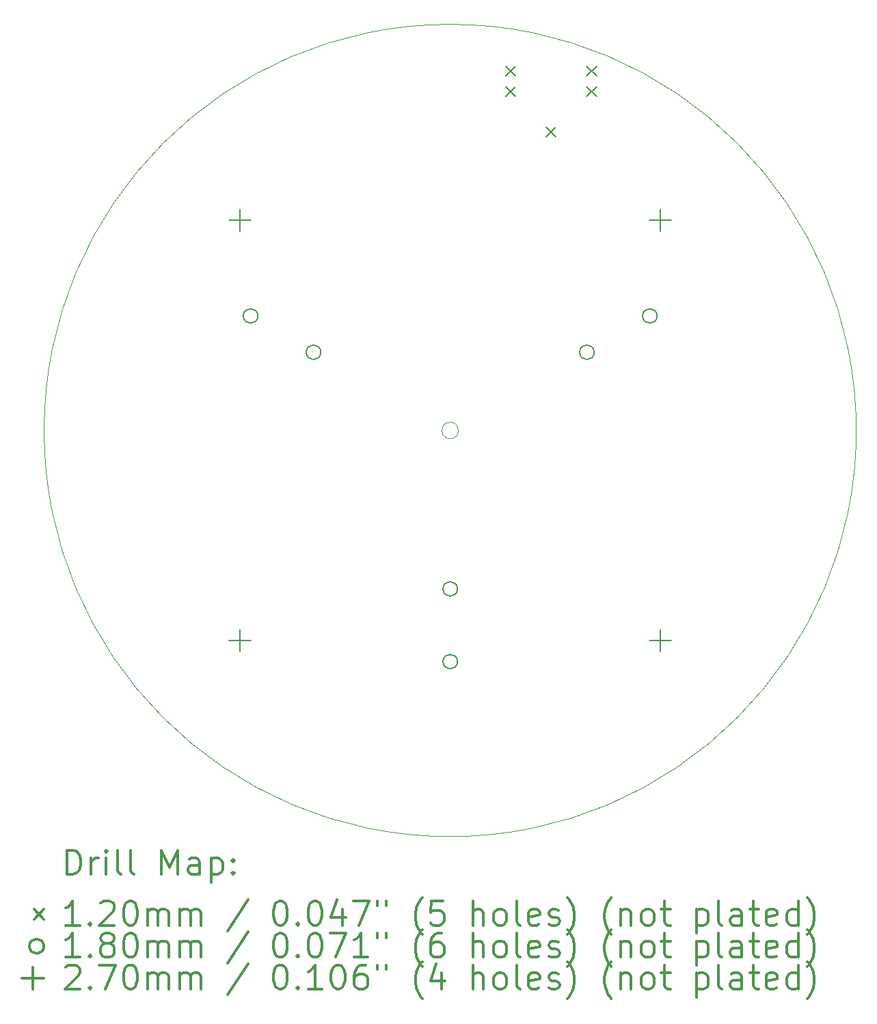
<source format=gbr>
%FSLAX45Y45*%
G04 Gerber Fmt 4.5, Leading zero omitted, Abs format (unit mm)*
G04 Created by KiCad (PCBNEW (5.1.5)-3) date 2020-06-18 20:32:14*
%MOMM*%
%LPD*%
G04 APERTURE LIST*
%TA.AperFunction,Profile*%
%ADD10C,0.050000*%
%TD*%
%ADD11C,0.200000*%
%ADD12C,0.300000*%
G04 APERTURE END LIST*
D10*
X15190000Y-10160000D02*
G75*
G03X15190000Y-10160000I-5030000J0D01*
G01*
X10261600Y-10160000D02*
G75*
G03X10261600Y-10160000I-101600J0D01*
G01*
D11*
X10851000Y-5651800D02*
X10971000Y-5771800D01*
X10971000Y-5651800D02*
X10851000Y-5771800D01*
X10851000Y-5901800D02*
X10971000Y-6021800D01*
X10971000Y-5901800D02*
X10851000Y-6021800D01*
X11351000Y-6401800D02*
X11471000Y-6521800D01*
X11471000Y-6401800D02*
X11351000Y-6521800D01*
X11851000Y-5651800D02*
X11971000Y-5771800D01*
X11971000Y-5651800D02*
X11851000Y-5771800D01*
X11851000Y-5901800D02*
X11971000Y-6021800D01*
X11971000Y-5901800D02*
X11851000Y-6021800D01*
X7777489Y-8741200D02*
G75*
G03X7777489Y-8741200I-90000J0D01*
G01*
X8556911Y-9191200D02*
G75*
G03X8556911Y-9191200I-90000J0D01*
G01*
X10250000Y-12123000D02*
G75*
G03X10250000Y-12123000I-90000J0D01*
G01*
X10250000Y-13023000D02*
G75*
G03X10250000Y-13023000I-90000J0D01*
G01*
X11943089Y-9191200D02*
G75*
G03X11943089Y-9191200I-90000J0D01*
G01*
X12722511Y-8741200D02*
G75*
G03X12722511Y-8741200I-90000J0D01*
G01*
X7556500Y-7421500D02*
X7556500Y-7691500D01*
X7421500Y-7556500D02*
X7691500Y-7556500D01*
X12763500Y-7421500D02*
X12763500Y-7691500D01*
X12628500Y-7556500D02*
X12898500Y-7556500D01*
X12763500Y-12628500D02*
X12763500Y-12898500D01*
X12628500Y-12763500D02*
X12898500Y-12763500D01*
X7556500Y-12628500D02*
X7556500Y-12898500D01*
X7421500Y-12763500D02*
X7691500Y-12763500D01*
D12*
X5413928Y-15658214D02*
X5413928Y-15358214D01*
X5485357Y-15358214D01*
X5528214Y-15372500D01*
X5556786Y-15401071D01*
X5571071Y-15429643D01*
X5585357Y-15486786D01*
X5585357Y-15529643D01*
X5571071Y-15586786D01*
X5556786Y-15615357D01*
X5528214Y-15643929D01*
X5485357Y-15658214D01*
X5413928Y-15658214D01*
X5713928Y-15658214D02*
X5713928Y-15458214D01*
X5713928Y-15515357D02*
X5728214Y-15486786D01*
X5742500Y-15472500D01*
X5771071Y-15458214D01*
X5799643Y-15458214D01*
X5899643Y-15658214D02*
X5899643Y-15458214D01*
X5899643Y-15358214D02*
X5885357Y-15372500D01*
X5899643Y-15386786D01*
X5913928Y-15372500D01*
X5899643Y-15358214D01*
X5899643Y-15386786D01*
X6085357Y-15658214D02*
X6056786Y-15643929D01*
X6042500Y-15615357D01*
X6042500Y-15358214D01*
X6242500Y-15658214D02*
X6213928Y-15643929D01*
X6199643Y-15615357D01*
X6199643Y-15358214D01*
X6585357Y-15658214D02*
X6585357Y-15358214D01*
X6685357Y-15572500D01*
X6785357Y-15358214D01*
X6785357Y-15658214D01*
X7056786Y-15658214D02*
X7056786Y-15501071D01*
X7042500Y-15472500D01*
X7013928Y-15458214D01*
X6956786Y-15458214D01*
X6928214Y-15472500D01*
X7056786Y-15643929D02*
X7028214Y-15658214D01*
X6956786Y-15658214D01*
X6928214Y-15643929D01*
X6913928Y-15615357D01*
X6913928Y-15586786D01*
X6928214Y-15558214D01*
X6956786Y-15543929D01*
X7028214Y-15543929D01*
X7056786Y-15529643D01*
X7199643Y-15458214D02*
X7199643Y-15758214D01*
X7199643Y-15472500D02*
X7228214Y-15458214D01*
X7285357Y-15458214D01*
X7313928Y-15472500D01*
X7328214Y-15486786D01*
X7342500Y-15515357D01*
X7342500Y-15601071D01*
X7328214Y-15629643D01*
X7313928Y-15643929D01*
X7285357Y-15658214D01*
X7228214Y-15658214D01*
X7199643Y-15643929D01*
X7471071Y-15629643D02*
X7485357Y-15643929D01*
X7471071Y-15658214D01*
X7456786Y-15643929D01*
X7471071Y-15629643D01*
X7471071Y-15658214D01*
X7471071Y-15472500D02*
X7485357Y-15486786D01*
X7471071Y-15501071D01*
X7456786Y-15486786D01*
X7471071Y-15472500D01*
X7471071Y-15501071D01*
X5007500Y-16092500D02*
X5127500Y-16212500D01*
X5127500Y-16092500D02*
X5007500Y-16212500D01*
X5571071Y-16288214D02*
X5399643Y-16288214D01*
X5485357Y-16288214D02*
X5485357Y-15988214D01*
X5456786Y-16031071D01*
X5428214Y-16059643D01*
X5399643Y-16073929D01*
X5699643Y-16259643D02*
X5713928Y-16273929D01*
X5699643Y-16288214D01*
X5685357Y-16273929D01*
X5699643Y-16259643D01*
X5699643Y-16288214D01*
X5828214Y-16016786D02*
X5842500Y-16002500D01*
X5871071Y-15988214D01*
X5942500Y-15988214D01*
X5971071Y-16002500D01*
X5985357Y-16016786D01*
X5999643Y-16045357D01*
X5999643Y-16073929D01*
X5985357Y-16116786D01*
X5813928Y-16288214D01*
X5999643Y-16288214D01*
X6185357Y-15988214D02*
X6213928Y-15988214D01*
X6242500Y-16002500D01*
X6256786Y-16016786D01*
X6271071Y-16045357D01*
X6285357Y-16102500D01*
X6285357Y-16173929D01*
X6271071Y-16231071D01*
X6256786Y-16259643D01*
X6242500Y-16273929D01*
X6213928Y-16288214D01*
X6185357Y-16288214D01*
X6156786Y-16273929D01*
X6142500Y-16259643D01*
X6128214Y-16231071D01*
X6113928Y-16173929D01*
X6113928Y-16102500D01*
X6128214Y-16045357D01*
X6142500Y-16016786D01*
X6156786Y-16002500D01*
X6185357Y-15988214D01*
X6413928Y-16288214D02*
X6413928Y-16088214D01*
X6413928Y-16116786D02*
X6428214Y-16102500D01*
X6456786Y-16088214D01*
X6499643Y-16088214D01*
X6528214Y-16102500D01*
X6542500Y-16131071D01*
X6542500Y-16288214D01*
X6542500Y-16131071D02*
X6556786Y-16102500D01*
X6585357Y-16088214D01*
X6628214Y-16088214D01*
X6656786Y-16102500D01*
X6671071Y-16131071D01*
X6671071Y-16288214D01*
X6813928Y-16288214D02*
X6813928Y-16088214D01*
X6813928Y-16116786D02*
X6828214Y-16102500D01*
X6856786Y-16088214D01*
X6899643Y-16088214D01*
X6928214Y-16102500D01*
X6942500Y-16131071D01*
X6942500Y-16288214D01*
X6942500Y-16131071D02*
X6956786Y-16102500D01*
X6985357Y-16088214D01*
X7028214Y-16088214D01*
X7056786Y-16102500D01*
X7071071Y-16131071D01*
X7071071Y-16288214D01*
X7656786Y-15973929D02*
X7399643Y-16359643D01*
X8042500Y-15988214D02*
X8071071Y-15988214D01*
X8099643Y-16002500D01*
X8113928Y-16016786D01*
X8128214Y-16045357D01*
X8142500Y-16102500D01*
X8142500Y-16173929D01*
X8128214Y-16231071D01*
X8113928Y-16259643D01*
X8099643Y-16273929D01*
X8071071Y-16288214D01*
X8042500Y-16288214D01*
X8013928Y-16273929D01*
X7999643Y-16259643D01*
X7985357Y-16231071D01*
X7971071Y-16173929D01*
X7971071Y-16102500D01*
X7985357Y-16045357D01*
X7999643Y-16016786D01*
X8013928Y-16002500D01*
X8042500Y-15988214D01*
X8271071Y-16259643D02*
X8285357Y-16273929D01*
X8271071Y-16288214D01*
X8256786Y-16273929D01*
X8271071Y-16259643D01*
X8271071Y-16288214D01*
X8471071Y-15988214D02*
X8499643Y-15988214D01*
X8528214Y-16002500D01*
X8542500Y-16016786D01*
X8556786Y-16045357D01*
X8571071Y-16102500D01*
X8571071Y-16173929D01*
X8556786Y-16231071D01*
X8542500Y-16259643D01*
X8528214Y-16273929D01*
X8499643Y-16288214D01*
X8471071Y-16288214D01*
X8442500Y-16273929D01*
X8428214Y-16259643D01*
X8413928Y-16231071D01*
X8399643Y-16173929D01*
X8399643Y-16102500D01*
X8413928Y-16045357D01*
X8428214Y-16016786D01*
X8442500Y-16002500D01*
X8471071Y-15988214D01*
X8828214Y-16088214D02*
X8828214Y-16288214D01*
X8756786Y-15973929D02*
X8685357Y-16188214D01*
X8871071Y-16188214D01*
X8956786Y-15988214D02*
X9156786Y-15988214D01*
X9028214Y-16288214D01*
X9256786Y-15988214D02*
X9256786Y-16045357D01*
X9371071Y-15988214D02*
X9371071Y-16045357D01*
X9813928Y-16402500D02*
X9799643Y-16388214D01*
X9771071Y-16345357D01*
X9756786Y-16316786D01*
X9742500Y-16273929D01*
X9728214Y-16202500D01*
X9728214Y-16145357D01*
X9742500Y-16073929D01*
X9756786Y-16031071D01*
X9771071Y-16002500D01*
X9799643Y-15959643D01*
X9813928Y-15945357D01*
X10071071Y-15988214D02*
X9928214Y-15988214D01*
X9913928Y-16131071D01*
X9928214Y-16116786D01*
X9956786Y-16102500D01*
X10028214Y-16102500D01*
X10056786Y-16116786D01*
X10071071Y-16131071D01*
X10085357Y-16159643D01*
X10085357Y-16231071D01*
X10071071Y-16259643D01*
X10056786Y-16273929D01*
X10028214Y-16288214D01*
X9956786Y-16288214D01*
X9928214Y-16273929D01*
X9913928Y-16259643D01*
X10442500Y-16288214D02*
X10442500Y-15988214D01*
X10571071Y-16288214D02*
X10571071Y-16131071D01*
X10556786Y-16102500D01*
X10528214Y-16088214D01*
X10485357Y-16088214D01*
X10456786Y-16102500D01*
X10442500Y-16116786D01*
X10756786Y-16288214D02*
X10728214Y-16273929D01*
X10713928Y-16259643D01*
X10699643Y-16231071D01*
X10699643Y-16145357D01*
X10713928Y-16116786D01*
X10728214Y-16102500D01*
X10756786Y-16088214D01*
X10799643Y-16088214D01*
X10828214Y-16102500D01*
X10842500Y-16116786D01*
X10856786Y-16145357D01*
X10856786Y-16231071D01*
X10842500Y-16259643D01*
X10828214Y-16273929D01*
X10799643Y-16288214D01*
X10756786Y-16288214D01*
X11028214Y-16288214D02*
X10999643Y-16273929D01*
X10985357Y-16245357D01*
X10985357Y-15988214D01*
X11256786Y-16273929D02*
X11228214Y-16288214D01*
X11171071Y-16288214D01*
X11142500Y-16273929D01*
X11128214Y-16245357D01*
X11128214Y-16131071D01*
X11142500Y-16102500D01*
X11171071Y-16088214D01*
X11228214Y-16088214D01*
X11256786Y-16102500D01*
X11271071Y-16131071D01*
X11271071Y-16159643D01*
X11128214Y-16188214D01*
X11385357Y-16273929D02*
X11413928Y-16288214D01*
X11471071Y-16288214D01*
X11499643Y-16273929D01*
X11513928Y-16245357D01*
X11513928Y-16231071D01*
X11499643Y-16202500D01*
X11471071Y-16188214D01*
X11428214Y-16188214D01*
X11399643Y-16173929D01*
X11385357Y-16145357D01*
X11385357Y-16131071D01*
X11399643Y-16102500D01*
X11428214Y-16088214D01*
X11471071Y-16088214D01*
X11499643Y-16102500D01*
X11613928Y-16402500D02*
X11628214Y-16388214D01*
X11656786Y-16345357D01*
X11671071Y-16316786D01*
X11685357Y-16273929D01*
X11699643Y-16202500D01*
X11699643Y-16145357D01*
X11685357Y-16073929D01*
X11671071Y-16031071D01*
X11656786Y-16002500D01*
X11628214Y-15959643D01*
X11613928Y-15945357D01*
X12156786Y-16402500D02*
X12142500Y-16388214D01*
X12113928Y-16345357D01*
X12099643Y-16316786D01*
X12085357Y-16273929D01*
X12071071Y-16202500D01*
X12071071Y-16145357D01*
X12085357Y-16073929D01*
X12099643Y-16031071D01*
X12113928Y-16002500D01*
X12142500Y-15959643D01*
X12156786Y-15945357D01*
X12271071Y-16088214D02*
X12271071Y-16288214D01*
X12271071Y-16116786D02*
X12285357Y-16102500D01*
X12313928Y-16088214D01*
X12356786Y-16088214D01*
X12385357Y-16102500D01*
X12399643Y-16131071D01*
X12399643Y-16288214D01*
X12585357Y-16288214D02*
X12556786Y-16273929D01*
X12542500Y-16259643D01*
X12528214Y-16231071D01*
X12528214Y-16145357D01*
X12542500Y-16116786D01*
X12556786Y-16102500D01*
X12585357Y-16088214D01*
X12628214Y-16088214D01*
X12656786Y-16102500D01*
X12671071Y-16116786D01*
X12685357Y-16145357D01*
X12685357Y-16231071D01*
X12671071Y-16259643D01*
X12656786Y-16273929D01*
X12628214Y-16288214D01*
X12585357Y-16288214D01*
X12771071Y-16088214D02*
X12885357Y-16088214D01*
X12813928Y-15988214D02*
X12813928Y-16245357D01*
X12828214Y-16273929D01*
X12856786Y-16288214D01*
X12885357Y-16288214D01*
X13213928Y-16088214D02*
X13213928Y-16388214D01*
X13213928Y-16102500D02*
X13242500Y-16088214D01*
X13299643Y-16088214D01*
X13328214Y-16102500D01*
X13342500Y-16116786D01*
X13356786Y-16145357D01*
X13356786Y-16231071D01*
X13342500Y-16259643D01*
X13328214Y-16273929D01*
X13299643Y-16288214D01*
X13242500Y-16288214D01*
X13213928Y-16273929D01*
X13528214Y-16288214D02*
X13499643Y-16273929D01*
X13485357Y-16245357D01*
X13485357Y-15988214D01*
X13771071Y-16288214D02*
X13771071Y-16131071D01*
X13756786Y-16102500D01*
X13728214Y-16088214D01*
X13671071Y-16088214D01*
X13642500Y-16102500D01*
X13771071Y-16273929D02*
X13742500Y-16288214D01*
X13671071Y-16288214D01*
X13642500Y-16273929D01*
X13628214Y-16245357D01*
X13628214Y-16216786D01*
X13642500Y-16188214D01*
X13671071Y-16173929D01*
X13742500Y-16173929D01*
X13771071Y-16159643D01*
X13871071Y-16088214D02*
X13985357Y-16088214D01*
X13913928Y-15988214D02*
X13913928Y-16245357D01*
X13928214Y-16273929D01*
X13956786Y-16288214D01*
X13985357Y-16288214D01*
X14199643Y-16273929D02*
X14171071Y-16288214D01*
X14113928Y-16288214D01*
X14085357Y-16273929D01*
X14071071Y-16245357D01*
X14071071Y-16131071D01*
X14085357Y-16102500D01*
X14113928Y-16088214D01*
X14171071Y-16088214D01*
X14199643Y-16102500D01*
X14213928Y-16131071D01*
X14213928Y-16159643D01*
X14071071Y-16188214D01*
X14471071Y-16288214D02*
X14471071Y-15988214D01*
X14471071Y-16273929D02*
X14442500Y-16288214D01*
X14385357Y-16288214D01*
X14356786Y-16273929D01*
X14342500Y-16259643D01*
X14328214Y-16231071D01*
X14328214Y-16145357D01*
X14342500Y-16116786D01*
X14356786Y-16102500D01*
X14385357Y-16088214D01*
X14442500Y-16088214D01*
X14471071Y-16102500D01*
X14585357Y-16402500D02*
X14599643Y-16388214D01*
X14628214Y-16345357D01*
X14642500Y-16316786D01*
X14656786Y-16273929D01*
X14671071Y-16202500D01*
X14671071Y-16145357D01*
X14656786Y-16073929D01*
X14642500Y-16031071D01*
X14628214Y-16002500D01*
X14599643Y-15959643D01*
X14585357Y-15945357D01*
X5127500Y-16548500D02*
G75*
G03X5127500Y-16548500I-90000J0D01*
G01*
X5571071Y-16684214D02*
X5399643Y-16684214D01*
X5485357Y-16684214D02*
X5485357Y-16384214D01*
X5456786Y-16427071D01*
X5428214Y-16455643D01*
X5399643Y-16469929D01*
X5699643Y-16655643D02*
X5713928Y-16669929D01*
X5699643Y-16684214D01*
X5685357Y-16669929D01*
X5699643Y-16655643D01*
X5699643Y-16684214D01*
X5885357Y-16512786D02*
X5856786Y-16498500D01*
X5842500Y-16484214D01*
X5828214Y-16455643D01*
X5828214Y-16441357D01*
X5842500Y-16412786D01*
X5856786Y-16398500D01*
X5885357Y-16384214D01*
X5942500Y-16384214D01*
X5971071Y-16398500D01*
X5985357Y-16412786D01*
X5999643Y-16441357D01*
X5999643Y-16455643D01*
X5985357Y-16484214D01*
X5971071Y-16498500D01*
X5942500Y-16512786D01*
X5885357Y-16512786D01*
X5856786Y-16527071D01*
X5842500Y-16541357D01*
X5828214Y-16569929D01*
X5828214Y-16627071D01*
X5842500Y-16655643D01*
X5856786Y-16669929D01*
X5885357Y-16684214D01*
X5942500Y-16684214D01*
X5971071Y-16669929D01*
X5985357Y-16655643D01*
X5999643Y-16627071D01*
X5999643Y-16569929D01*
X5985357Y-16541357D01*
X5971071Y-16527071D01*
X5942500Y-16512786D01*
X6185357Y-16384214D02*
X6213928Y-16384214D01*
X6242500Y-16398500D01*
X6256786Y-16412786D01*
X6271071Y-16441357D01*
X6285357Y-16498500D01*
X6285357Y-16569929D01*
X6271071Y-16627071D01*
X6256786Y-16655643D01*
X6242500Y-16669929D01*
X6213928Y-16684214D01*
X6185357Y-16684214D01*
X6156786Y-16669929D01*
X6142500Y-16655643D01*
X6128214Y-16627071D01*
X6113928Y-16569929D01*
X6113928Y-16498500D01*
X6128214Y-16441357D01*
X6142500Y-16412786D01*
X6156786Y-16398500D01*
X6185357Y-16384214D01*
X6413928Y-16684214D02*
X6413928Y-16484214D01*
X6413928Y-16512786D02*
X6428214Y-16498500D01*
X6456786Y-16484214D01*
X6499643Y-16484214D01*
X6528214Y-16498500D01*
X6542500Y-16527071D01*
X6542500Y-16684214D01*
X6542500Y-16527071D02*
X6556786Y-16498500D01*
X6585357Y-16484214D01*
X6628214Y-16484214D01*
X6656786Y-16498500D01*
X6671071Y-16527071D01*
X6671071Y-16684214D01*
X6813928Y-16684214D02*
X6813928Y-16484214D01*
X6813928Y-16512786D02*
X6828214Y-16498500D01*
X6856786Y-16484214D01*
X6899643Y-16484214D01*
X6928214Y-16498500D01*
X6942500Y-16527071D01*
X6942500Y-16684214D01*
X6942500Y-16527071D02*
X6956786Y-16498500D01*
X6985357Y-16484214D01*
X7028214Y-16484214D01*
X7056786Y-16498500D01*
X7071071Y-16527071D01*
X7071071Y-16684214D01*
X7656786Y-16369929D02*
X7399643Y-16755643D01*
X8042500Y-16384214D02*
X8071071Y-16384214D01*
X8099643Y-16398500D01*
X8113928Y-16412786D01*
X8128214Y-16441357D01*
X8142500Y-16498500D01*
X8142500Y-16569929D01*
X8128214Y-16627071D01*
X8113928Y-16655643D01*
X8099643Y-16669929D01*
X8071071Y-16684214D01*
X8042500Y-16684214D01*
X8013928Y-16669929D01*
X7999643Y-16655643D01*
X7985357Y-16627071D01*
X7971071Y-16569929D01*
X7971071Y-16498500D01*
X7985357Y-16441357D01*
X7999643Y-16412786D01*
X8013928Y-16398500D01*
X8042500Y-16384214D01*
X8271071Y-16655643D02*
X8285357Y-16669929D01*
X8271071Y-16684214D01*
X8256786Y-16669929D01*
X8271071Y-16655643D01*
X8271071Y-16684214D01*
X8471071Y-16384214D02*
X8499643Y-16384214D01*
X8528214Y-16398500D01*
X8542500Y-16412786D01*
X8556786Y-16441357D01*
X8571071Y-16498500D01*
X8571071Y-16569929D01*
X8556786Y-16627071D01*
X8542500Y-16655643D01*
X8528214Y-16669929D01*
X8499643Y-16684214D01*
X8471071Y-16684214D01*
X8442500Y-16669929D01*
X8428214Y-16655643D01*
X8413928Y-16627071D01*
X8399643Y-16569929D01*
X8399643Y-16498500D01*
X8413928Y-16441357D01*
X8428214Y-16412786D01*
X8442500Y-16398500D01*
X8471071Y-16384214D01*
X8671071Y-16384214D02*
X8871071Y-16384214D01*
X8742500Y-16684214D01*
X9142500Y-16684214D02*
X8971071Y-16684214D01*
X9056786Y-16684214D02*
X9056786Y-16384214D01*
X9028214Y-16427071D01*
X8999643Y-16455643D01*
X8971071Y-16469929D01*
X9256786Y-16384214D02*
X9256786Y-16441357D01*
X9371071Y-16384214D02*
X9371071Y-16441357D01*
X9813928Y-16798500D02*
X9799643Y-16784214D01*
X9771071Y-16741357D01*
X9756786Y-16712786D01*
X9742500Y-16669929D01*
X9728214Y-16598500D01*
X9728214Y-16541357D01*
X9742500Y-16469929D01*
X9756786Y-16427071D01*
X9771071Y-16398500D01*
X9799643Y-16355643D01*
X9813928Y-16341357D01*
X10056786Y-16384214D02*
X9999643Y-16384214D01*
X9971071Y-16398500D01*
X9956786Y-16412786D01*
X9928214Y-16455643D01*
X9913928Y-16512786D01*
X9913928Y-16627071D01*
X9928214Y-16655643D01*
X9942500Y-16669929D01*
X9971071Y-16684214D01*
X10028214Y-16684214D01*
X10056786Y-16669929D01*
X10071071Y-16655643D01*
X10085357Y-16627071D01*
X10085357Y-16555643D01*
X10071071Y-16527071D01*
X10056786Y-16512786D01*
X10028214Y-16498500D01*
X9971071Y-16498500D01*
X9942500Y-16512786D01*
X9928214Y-16527071D01*
X9913928Y-16555643D01*
X10442500Y-16684214D02*
X10442500Y-16384214D01*
X10571071Y-16684214D02*
X10571071Y-16527071D01*
X10556786Y-16498500D01*
X10528214Y-16484214D01*
X10485357Y-16484214D01*
X10456786Y-16498500D01*
X10442500Y-16512786D01*
X10756786Y-16684214D02*
X10728214Y-16669929D01*
X10713928Y-16655643D01*
X10699643Y-16627071D01*
X10699643Y-16541357D01*
X10713928Y-16512786D01*
X10728214Y-16498500D01*
X10756786Y-16484214D01*
X10799643Y-16484214D01*
X10828214Y-16498500D01*
X10842500Y-16512786D01*
X10856786Y-16541357D01*
X10856786Y-16627071D01*
X10842500Y-16655643D01*
X10828214Y-16669929D01*
X10799643Y-16684214D01*
X10756786Y-16684214D01*
X11028214Y-16684214D02*
X10999643Y-16669929D01*
X10985357Y-16641357D01*
X10985357Y-16384214D01*
X11256786Y-16669929D02*
X11228214Y-16684214D01*
X11171071Y-16684214D01*
X11142500Y-16669929D01*
X11128214Y-16641357D01*
X11128214Y-16527071D01*
X11142500Y-16498500D01*
X11171071Y-16484214D01*
X11228214Y-16484214D01*
X11256786Y-16498500D01*
X11271071Y-16527071D01*
X11271071Y-16555643D01*
X11128214Y-16584214D01*
X11385357Y-16669929D02*
X11413928Y-16684214D01*
X11471071Y-16684214D01*
X11499643Y-16669929D01*
X11513928Y-16641357D01*
X11513928Y-16627071D01*
X11499643Y-16598500D01*
X11471071Y-16584214D01*
X11428214Y-16584214D01*
X11399643Y-16569929D01*
X11385357Y-16541357D01*
X11385357Y-16527071D01*
X11399643Y-16498500D01*
X11428214Y-16484214D01*
X11471071Y-16484214D01*
X11499643Y-16498500D01*
X11613928Y-16798500D02*
X11628214Y-16784214D01*
X11656786Y-16741357D01*
X11671071Y-16712786D01*
X11685357Y-16669929D01*
X11699643Y-16598500D01*
X11699643Y-16541357D01*
X11685357Y-16469929D01*
X11671071Y-16427071D01*
X11656786Y-16398500D01*
X11628214Y-16355643D01*
X11613928Y-16341357D01*
X12156786Y-16798500D02*
X12142500Y-16784214D01*
X12113928Y-16741357D01*
X12099643Y-16712786D01*
X12085357Y-16669929D01*
X12071071Y-16598500D01*
X12071071Y-16541357D01*
X12085357Y-16469929D01*
X12099643Y-16427071D01*
X12113928Y-16398500D01*
X12142500Y-16355643D01*
X12156786Y-16341357D01*
X12271071Y-16484214D02*
X12271071Y-16684214D01*
X12271071Y-16512786D02*
X12285357Y-16498500D01*
X12313928Y-16484214D01*
X12356786Y-16484214D01*
X12385357Y-16498500D01*
X12399643Y-16527071D01*
X12399643Y-16684214D01*
X12585357Y-16684214D02*
X12556786Y-16669929D01*
X12542500Y-16655643D01*
X12528214Y-16627071D01*
X12528214Y-16541357D01*
X12542500Y-16512786D01*
X12556786Y-16498500D01*
X12585357Y-16484214D01*
X12628214Y-16484214D01*
X12656786Y-16498500D01*
X12671071Y-16512786D01*
X12685357Y-16541357D01*
X12685357Y-16627071D01*
X12671071Y-16655643D01*
X12656786Y-16669929D01*
X12628214Y-16684214D01*
X12585357Y-16684214D01*
X12771071Y-16484214D02*
X12885357Y-16484214D01*
X12813928Y-16384214D02*
X12813928Y-16641357D01*
X12828214Y-16669929D01*
X12856786Y-16684214D01*
X12885357Y-16684214D01*
X13213928Y-16484214D02*
X13213928Y-16784214D01*
X13213928Y-16498500D02*
X13242500Y-16484214D01*
X13299643Y-16484214D01*
X13328214Y-16498500D01*
X13342500Y-16512786D01*
X13356786Y-16541357D01*
X13356786Y-16627071D01*
X13342500Y-16655643D01*
X13328214Y-16669929D01*
X13299643Y-16684214D01*
X13242500Y-16684214D01*
X13213928Y-16669929D01*
X13528214Y-16684214D02*
X13499643Y-16669929D01*
X13485357Y-16641357D01*
X13485357Y-16384214D01*
X13771071Y-16684214D02*
X13771071Y-16527071D01*
X13756786Y-16498500D01*
X13728214Y-16484214D01*
X13671071Y-16484214D01*
X13642500Y-16498500D01*
X13771071Y-16669929D02*
X13742500Y-16684214D01*
X13671071Y-16684214D01*
X13642500Y-16669929D01*
X13628214Y-16641357D01*
X13628214Y-16612786D01*
X13642500Y-16584214D01*
X13671071Y-16569929D01*
X13742500Y-16569929D01*
X13771071Y-16555643D01*
X13871071Y-16484214D02*
X13985357Y-16484214D01*
X13913928Y-16384214D02*
X13913928Y-16641357D01*
X13928214Y-16669929D01*
X13956786Y-16684214D01*
X13985357Y-16684214D01*
X14199643Y-16669929D02*
X14171071Y-16684214D01*
X14113928Y-16684214D01*
X14085357Y-16669929D01*
X14071071Y-16641357D01*
X14071071Y-16527071D01*
X14085357Y-16498500D01*
X14113928Y-16484214D01*
X14171071Y-16484214D01*
X14199643Y-16498500D01*
X14213928Y-16527071D01*
X14213928Y-16555643D01*
X14071071Y-16584214D01*
X14471071Y-16684214D02*
X14471071Y-16384214D01*
X14471071Y-16669929D02*
X14442500Y-16684214D01*
X14385357Y-16684214D01*
X14356786Y-16669929D01*
X14342500Y-16655643D01*
X14328214Y-16627071D01*
X14328214Y-16541357D01*
X14342500Y-16512786D01*
X14356786Y-16498500D01*
X14385357Y-16484214D01*
X14442500Y-16484214D01*
X14471071Y-16498500D01*
X14585357Y-16798500D02*
X14599643Y-16784214D01*
X14628214Y-16741357D01*
X14642500Y-16712786D01*
X14656786Y-16669929D01*
X14671071Y-16598500D01*
X14671071Y-16541357D01*
X14656786Y-16469929D01*
X14642500Y-16427071D01*
X14628214Y-16398500D01*
X14599643Y-16355643D01*
X14585357Y-16341357D01*
X4992500Y-16809500D02*
X4992500Y-17079500D01*
X4857500Y-16944500D02*
X5127500Y-16944500D01*
X5399643Y-16808786D02*
X5413928Y-16794500D01*
X5442500Y-16780214D01*
X5513928Y-16780214D01*
X5542500Y-16794500D01*
X5556786Y-16808786D01*
X5571071Y-16837357D01*
X5571071Y-16865929D01*
X5556786Y-16908786D01*
X5385357Y-17080214D01*
X5571071Y-17080214D01*
X5699643Y-17051643D02*
X5713928Y-17065929D01*
X5699643Y-17080214D01*
X5685357Y-17065929D01*
X5699643Y-17051643D01*
X5699643Y-17080214D01*
X5813928Y-16780214D02*
X6013928Y-16780214D01*
X5885357Y-17080214D01*
X6185357Y-16780214D02*
X6213928Y-16780214D01*
X6242500Y-16794500D01*
X6256786Y-16808786D01*
X6271071Y-16837357D01*
X6285357Y-16894500D01*
X6285357Y-16965929D01*
X6271071Y-17023072D01*
X6256786Y-17051643D01*
X6242500Y-17065929D01*
X6213928Y-17080214D01*
X6185357Y-17080214D01*
X6156786Y-17065929D01*
X6142500Y-17051643D01*
X6128214Y-17023072D01*
X6113928Y-16965929D01*
X6113928Y-16894500D01*
X6128214Y-16837357D01*
X6142500Y-16808786D01*
X6156786Y-16794500D01*
X6185357Y-16780214D01*
X6413928Y-17080214D02*
X6413928Y-16880214D01*
X6413928Y-16908786D02*
X6428214Y-16894500D01*
X6456786Y-16880214D01*
X6499643Y-16880214D01*
X6528214Y-16894500D01*
X6542500Y-16923072D01*
X6542500Y-17080214D01*
X6542500Y-16923072D02*
X6556786Y-16894500D01*
X6585357Y-16880214D01*
X6628214Y-16880214D01*
X6656786Y-16894500D01*
X6671071Y-16923072D01*
X6671071Y-17080214D01*
X6813928Y-17080214D02*
X6813928Y-16880214D01*
X6813928Y-16908786D02*
X6828214Y-16894500D01*
X6856786Y-16880214D01*
X6899643Y-16880214D01*
X6928214Y-16894500D01*
X6942500Y-16923072D01*
X6942500Y-17080214D01*
X6942500Y-16923072D02*
X6956786Y-16894500D01*
X6985357Y-16880214D01*
X7028214Y-16880214D01*
X7056786Y-16894500D01*
X7071071Y-16923072D01*
X7071071Y-17080214D01*
X7656786Y-16765929D02*
X7399643Y-17151643D01*
X8042500Y-16780214D02*
X8071071Y-16780214D01*
X8099643Y-16794500D01*
X8113928Y-16808786D01*
X8128214Y-16837357D01*
X8142500Y-16894500D01*
X8142500Y-16965929D01*
X8128214Y-17023072D01*
X8113928Y-17051643D01*
X8099643Y-17065929D01*
X8071071Y-17080214D01*
X8042500Y-17080214D01*
X8013928Y-17065929D01*
X7999643Y-17051643D01*
X7985357Y-17023072D01*
X7971071Y-16965929D01*
X7971071Y-16894500D01*
X7985357Y-16837357D01*
X7999643Y-16808786D01*
X8013928Y-16794500D01*
X8042500Y-16780214D01*
X8271071Y-17051643D02*
X8285357Y-17065929D01*
X8271071Y-17080214D01*
X8256786Y-17065929D01*
X8271071Y-17051643D01*
X8271071Y-17080214D01*
X8571071Y-17080214D02*
X8399643Y-17080214D01*
X8485357Y-17080214D02*
X8485357Y-16780214D01*
X8456786Y-16823072D01*
X8428214Y-16851643D01*
X8399643Y-16865929D01*
X8756786Y-16780214D02*
X8785357Y-16780214D01*
X8813928Y-16794500D01*
X8828214Y-16808786D01*
X8842500Y-16837357D01*
X8856786Y-16894500D01*
X8856786Y-16965929D01*
X8842500Y-17023072D01*
X8828214Y-17051643D01*
X8813928Y-17065929D01*
X8785357Y-17080214D01*
X8756786Y-17080214D01*
X8728214Y-17065929D01*
X8713928Y-17051643D01*
X8699643Y-17023072D01*
X8685357Y-16965929D01*
X8685357Y-16894500D01*
X8699643Y-16837357D01*
X8713928Y-16808786D01*
X8728214Y-16794500D01*
X8756786Y-16780214D01*
X9113928Y-16780214D02*
X9056786Y-16780214D01*
X9028214Y-16794500D01*
X9013928Y-16808786D01*
X8985357Y-16851643D01*
X8971071Y-16908786D01*
X8971071Y-17023072D01*
X8985357Y-17051643D01*
X8999643Y-17065929D01*
X9028214Y-17080214D01*
X9085357Y-17080214D01*
X9113928Y-17065929D01*
X9128214Y-17051643D01*
X9142500Y-17023072D01*
X9142500Y-16951643D01*
X9128214Y-16923072D01*
X9113928Y-16908786D01*
X9085357Y-16894500D01*
X9028214Y-16894500D01*
X8999643Y-16908786D01*
X8985357Y-16923072D01*
X8971071Y-16951643D01*
X9256786Y-16780214D02*
X9256786Y-16837357D01*
X9371071Y-16780214D02*
X9371071Y-16837357D01*
X9813928Y-17194500D02*
X9799643Y-17180214D01*
X9771071Y-17137357D01*
X9756786Y-17108786D01*
X9742500Y-17065929D01*
X9728214Y-16994500D01*
X9728214Y-16937357D01*
X9742500Y-16865929D01*
X9756786Y-16823072D01*
X9771071Y-16794500D01*
X9799643Y-16751643D01*
X9813928Y-16737357D01*
X10056786Y-16880214D02*
X10056786Y-17080214D01*
X9985357Y-16765929D02*
X9913928Y-16980214D01*
X10099643Y-16980214D01*
X10442500Y-17080214D02*
X10442500Y-16780214D01*
X10571071Y-17080214D02*
X10571071Y-16923072D01*
X10556786Y-16894500D01*
X10528214Y-16880214D01*
X10485357Y-16880214D01*
X10456786Y-16894500D01*
X10442500Y-16908786D01*
X10756786Y-17080214D02*
X10728214Y-17065929D01*
X10713928Y-17051643D01*
X10699643Y-17023072D01*
X10699643Y-16937357D01*
X10713928Y-16908786D01*
X10728214Y-16894500D01*
X10756786Y-16880214D01*
X10799643Y-16880214D01*
X10828214Y-16894500D01*
X10842500Y-16908786D01*
X10856786Y-16937357D01*
X10856786Y-17023072D01*
X10842500Y-17051643D01*
X10828214Y-17065929D01*
X10799643Y-17080214D01*
X10756786Y-17080214D01*
X11028214Y-17080214D02*
X10999643Y-17065929D01*
X10985357Y-17037357D01*
X10985357Y-16780214D01*
X11256786Y-17065929D02*
X11228214Y-17080214D01*
X11171071Y-17080214D01*
X11142500Y-17065929D01*
X11128214Y-17037357D01*
X11128214Y-16923072D01*
X11142500Y-16894500D01*
X11171071Y-16880214D01*
X11228214Y-16880214D01*
X11256786Y-16894500D01*
X11271071Y-16923072D01*
X11271071Y-16951643D01*
X11128214Y-16980214D01*
X11385357Y-17065929D02*
X11413928Y-17080214D01*
X11471071Y-17080214D01*
X11499643Y-17065929D01*
X11513928Y-17037357D01*
X11513928Y-17023072D01*
X11499643Y-16994500D01*
X11471071Y-16980214D01*
X11428214Y-16980214D01*
X11399643Y-16965929D01*
X11385357Y-16937357D01*
X11385357Y-16923072D01*
X11399643Y-16894500D01*
X11428214Y-16880214D01*
X11471071Y-16880214D01*
X11499643Y-16894500D01*
X11613928Y-17194500D02*
X11628214Y-17180214D01*
X11656786Y-17137357D01*
X11671071Y-17108786D01*
X11685357Y-17065929D01*
X11699643Y-16994500D01*
X11699643Y-16937357D01*
X11685357Y-16865929D01*
X11671071Y-16823072D01*
X11656786Y-16794500D01*
X11628214Y-16751643D01*
X11613928Y-16737357D01*
X12156786Y-17194500D02*
X12142500Y-17180214D01*
X12113928Y-17137357D01*
X12099643Y-17108786D01*
X12085357Y-17065929D01*
X12071071Y-16994500D01*
X12071071Y-16937357D01*
X12085357Y-16865929D01*
X12099643Y-16823072D01*
X12113928Y-16794500D01*
X12142500Y-16751643D01*
X12156786Y-16737357D01*
X12271071Y-16880214D02*
X12271071Y-17080214D01*
X12271071Y-16908786D02*
X12285357Y-16894500D01*
X12313928Y-16880214D01*
X12356786Y-16880214D01*
X12385357Y-16894500D01*
X12399643Y-16923072D01*
X12399643Y-17080214D01*
X12585357Y-17080214D02*
X12556786Y-17065929D01*
X12542500Y-17051643D01*
X12528214Y-17023072D01*
X12528214Y-16937357D01*
X12542500Y-16908786D01*
X12556786Y-16894500D01*
X12585357Y-16880214D01*
X12628214Y-16880214D01*
X12656786Y-16894500D01*
X12671071Y-16908786D01*
X12685357Y-16937357D01*
X12685357Y-17023072D01*
X12671071Y-17051643D01*
X12656786Y-17065929D01*
X12628214Y-17080214D01*
X12585357Y-17080214D01*
X12771071Y-16880214D02*
X12885357Y-16880214D01*
X12813928Y-16780214D02*
X12813928Y-17037357D01*
X12828214Y-17065929D01*
X12856786Y-17080214D01*
X12885357Y-17080214D01*
X13213928Y-16880214D02*
X13213928Y-17180214D01*
X13213928Y-16894500D02*
X13242500Y-16880214D01*
X13299643Y-16880214D01*
X13328214Y-16894500D01*
X13342500Y-16908786D01*
X13356786Y-16937357D01*
X13356786Y-17023072D01*
X13342500Y-17051643D01*
X13328214Y-17065929D01*
X13299643Y-17080214D01*
X13242500Y-17080214D01*
X13213928Y-17065929D01*
X13528214Y-17080214D02*
X13499643Y-17065929D01*
X13485357Y-17037357D01*
X13485357Y-16780214D01*
X13771071Y-17080214D02*
X13771071Y-16923072D01*
X13756786Y-16894500D01*
X13728214Y-16880214D01*
X13671071Y-16880214D01*
X13642500Y-16894500D01*
X13771071Y-17065929D02*
X13742500Y-17080214D01*
X13671071Y-17080214D01*
X13642500Y-17065929D01*
X13628214Y-17037357D01*
X13628214Y-17008786D01*
X13642500Y-16980214D01*
X13671071Y-16965929D01*
X13742500Y-16965929D01*
X13771071Y-16951643D01*
X13871071Y-16880214D02*
X13985357Y-16880214D01*
X13913928Y-16780214D02*
X13913928Y-17037357D01*
X13928214Y-17065929D01*
X13956786Y-17080214D01*
X13985357Y-17080214D01*
X14199643Y-17065929D02*
X14171071Y-17080214D01*
X14113928Y-17080214D01*
X14085357Y-17065929D01*
X14071071Y-17037357D01*
X14071071Y-16923072D01*
X14085357Y-16894500D01*
X14113928Y-16880214D01*
X14171071Y-16880214D01*
X14199643Y-16894500D01*
X14213928Y-16923072D01*
X14213928Y-16951643D01*
X14071071Y-16980214D01*
X14471071Y-17080214D02*
X14471071Y-16780214D01*
X14471071Y-17065929D02*
X14442500Y-17080214D01*
X14385357Y-17080214D01*
X14356786Y-17065929D01*
X14342500Y-17051643D01*
X14328214Y-17023072D01*
X14328214Y-16937357D01*
X14342500Y-16908786D01*
X14356786Y-16894500D01*
X14385357Y-16880214D01*
X14442500Y-16880214D01*
X14471071Y-16894500D01*
X14585357Y-17194500D02*
X14599643Y-17180214D01*
X14628214Y-17137357D01*
X14642500Y-17108786D01*
X14656786Y-17065929D01*
X14671071Y-16994500D01*
X14671071Y-16937357D01*
X14656786Y-16865929D01*
X14642500Y-16823072D01*
X14628214Y-16794500D01*
X14599643Y-16751643D01*
X14585357Y-16737357D01*
M02*

</source>
